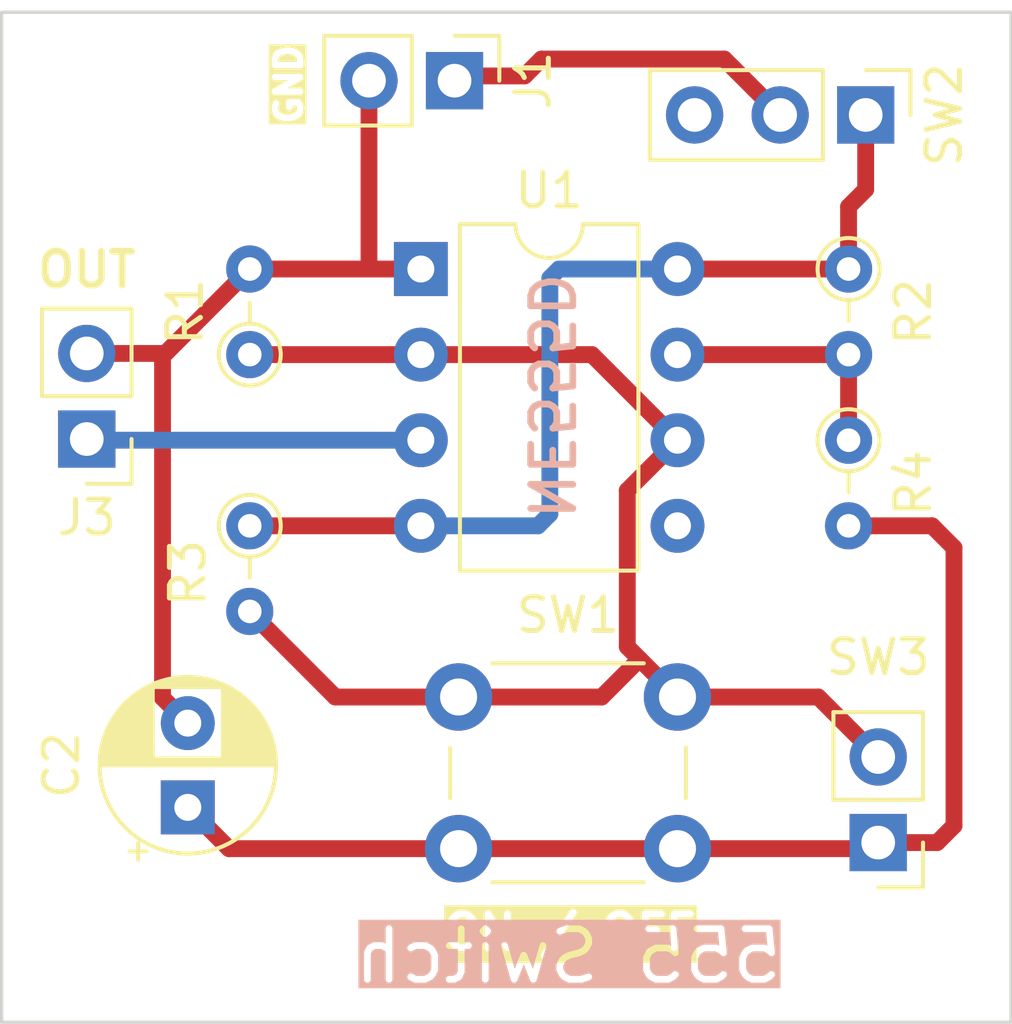
<source format=kicad_pcb>
(kicad_pcb (version 20221018) (generator pcbnew)
  (layers (0 "F.Cu" signal) (31 "B.Cu" signal) (34 "B.Paste" user) (35 "F.Paste" user) (36 "B.SilkS" user "B.Silkscreen") (37 "F.SilkS" user "F.Silkscreen") (38 "B.Mask" user) (39 "F.Mask" user) (44 "Edge.Cuts" user))
  (net 0 "")
  (net 1 "Net-(C2-Pad1)")
  (net 2 "GND")
  (net 3 "Net-(U1-THR)")
  (net 4 "+3V3")
  (net 5 "Net-(U1-DIS)")
  (net 7 "Net-(J1-Pin_1)")
  (net 9 "Net-(J3-Pin_1)")
  (footprint "Capacitor_THT:CP_Radial_D5.0mm_P2.50mm" (layer "F.Cu") (at 115 109.955113 90)
    (fp_text reference "C2" (at 1.25 -3.75 90) (layer "F.SilkS"))
    (fp_text value "10uF")
    (fp_line (start -1.554775 -1.475) (end -1.054775 -1.475) (stroke (width 0.12)) (layer "F.SilkS"))
    (fp_line (start -1.304775 -1.725) (end -1.304775 -1.225) (stroke (width 0.12)) (layer "F.SilkS"))
    (fp_line (start 1.25 -2.58) (end 1.25 2.58) (stroke (width 0.12)) (layer "F.SilkS"))
    (fp_line (start 1.29 -2.58) (end 1.29 2.58) (stroke (width 0.12)) (layer "F.SilkS"))
    (fp_line (start 1.33 -2.579) (end 1.33 2.579) (stroke (width 0.12)) (layer "F.SilkS"))
    (fp_line (start 1.37 -2.578) (end 1.37 2.578) (stroke (width 0.12)) (layer "F.SilkS"))
    (fp_line (start 1.41 -2.576) (end 1.41 2.576) (stroke (width 0.12)) (layer "F.SilkS"))
    (fp_line (start 1.45 -2.573) (end 1.45 2.573) (stroke (width 0.12)) (layer "F.SilkS"))
    (fp_line (start 1.49 -2.569) (end 1.49 -1.04) (stroke (width 0.12)) (layer "F.SilkS"))
    (fp_line (start 1.49 1.04) (end 1.49 2.569) (stroke (width 0.12)) (layer "F.SilkS"))
    (fp_line (start 1.53 -2.565) (end 1.53 -1.04) (stroke (width 0.12)) (layer "F.SilkS"))
    (fp_line (start 1.53 1.04) (end 1.53 2.565) (stroke (width 0.12)) (layer "F.SilkS"))
    (fp_line (start 1.57 -2.561) (end 1.57 -1.04) (stroke (width 0.12)) (layer "F.SilkS"))
    (fp_line (start 1.57 1.04) (end 1.57 2.561) (stroke (width 0.12)) (layer "F.SilkS"))
    (fp_line (start 1.61 -2.556) (end 1.61 -1.04) (stroke (width 0.12)) (layer "F.SilkS"))
    (fp_line (start 1.61 1.04) (end 1.61 2.556) (stroke (width 0.12)) (layer "F.SilkS"))
    (fp_line (start 1.65 -2.55) (end 1.65 -1.04) (stroke (width 0.12)) (layer "F.SilkS"))
    (fp_line (start 1.65 1.04) (end 1.65 2.55) (stroke (width 0.12)) (layer "F.SilkS"))
    (fp_line (start 1.69 -2.543) (end 1.69 -1.04) (stroke (width 0.12)) (layer "F.SilkS"))
    (fp_line (start 1.69 1.04) (end 1.69 2.543) (stroke (width 0.12)) (layer "F.SilkS"))
    (fp_line (start 1.73 -2.536) (end 1.73 -1.04) (stroke (width 0.12)) (layer "F.SilkS"))
    (fp_line (start 1.73 1.04) (end 1.73 2.536) (stroke (width 0.12)) (layer "F.SilkS"))
    (fp_line (start 1.77 -2.528) (end 1.77 -1.04) (stroke (width 0.12)) (layer "F.SilkS"))
    (fp_line (start 1.77 1.04) (end 1.77 2.528) (stroke (width 0.12)) (layer "F.SilkS"))
    (fp_line (start 1.81 -2.52) (end 1.81 -1.04) (stroke (width 0.12)) (layer "F.SilkS"))
    (fp_line (start 1.81 1.04) (end 1.81 2.52) (stroke (width 0.12)) (layer "F.SilkS"))
    (fp_line (start 1.85 -2.511) (end 1.85 -1.04) (stroke (width 0.12)) (layer "F.SilkS"))
    (fp_line (start 1.85 1.04) (end 1.85 2.511) (stroke (width 0.12)) (layer "F.SilkS"))
    (fp_line (start 1.89 -2.501) (end 1.89 -1.04) (stroke (width 0.12)) (layer "F.SilkS"))
    (fp_line (start 1.89 1.04) (end 1.89 2.501) (stroke (width 0.12)) (layer "F.SilkS"))
    (fp_line (start 1.93 -2.491) (end 1.93 -1.04) (stroke (width 0.12)) (layer "F.SilkS"))
    (fp_line (start 1.93 1.04) (end 1.93 2.491) (stroke (width 0.12)) (layer "F.SilkS"))
    (fp_line (start 1.971 -2.48) (end 1.971 -1.04) (stroke (width 0.12)) (layer "F.SilkS"))
    (fp_line (start 1.971 1.04) (end 1.971 2.48) (stroke (width 0.12)) (layer "F.SilkS"))
    (fp_line (start 2.011 -2.468) (end 2.011 -1.04) (stroke (width 0.12)) (layer "F.SilkS"))
    (fp_line (start 2.011 1.04) (end 2.011 2.468) (stroke (width 0.12)) (layer "F.SilkS"))
    (fp_line (start 2.051 -2.455) (end 2.051 -1.04) (stroke (width 0.12)) (layer "F.SilkS"))
    (fp_line (start 2.051 1.04) (end 2.051 2.455) (stroke (width 0.12)) (layer "F.SilkS"))
    (fp_line (start 2.091 -2.442) (end 2.091 -1.04) (stroke (width 0.12)) (layer "F.SilkS"))
    (fp_line (start 2.091 1.04) (end 2.091 2.442) (stroke (width 0.12)) (layer "F.SilkS"))
    (fp_line (start 2.131 -2.428) (end 2.131 -1.04) (stroke (width 0.12)) (layer "F.SilkS"))
    (fp_line (start 2.131 1.04) (end 2.131 2.428) (stroke (width 0.12)) (layer "F.SilkS"))
    (fp_line (start 2.171 -2.414) (end 2.171 -1.04) (stroke (width 0.12)) (layer "F.SilkS"))
    (fp_line (start 2.171 1.04) (end 2.171 2.414) (stroke (width 0.12)) (layer "F.SilkS"))
    (fp_line (start 2.211 -2.398) (end 2.211 -1.04) (stroke (width 0.12)) (layer "F.SilkS"))
    (fp_line (start 2.211 1.04) (end 2.211 2.398) (stroke (width 0.12)) (layer "F.SilkS"))
    (fp_line (start 2.251 -2.382) (end 2.251 -1.04) (stroke (width 0.12)) (layer "F.SilkS"))
    (fp_line (start 2.251 1.04) (end 2.251 2.382) (stroke (width 0.12)) (layer "F.SilkS"))
    (fp_line (start 2.291 -2.365) (end 2.291 -1.04) (stroke (width 0.12)) (layer "F.SilkS"))
    (fp_line (start 2.291 1.04) (end 2.291 2.365) (stroke (width 0.12)) (layer "F.SilkS"))
    (fp_line (start 2.331 -2.348) (end 2.331 -1.04) (stroke (width 0.12)) (layer "F.SilkS"))
    (fp_line (start 2.331 1.04) (end 2.331 2.348) (stroke (width 0.12)) (layer "F.SilkS"))
    (fp_line (start 2.371 -2.329) (end 2.371 -1.04) (stroke (width 0.12)) (layer "F.SilkS"))
    (fp_line (start 2.371 1.04) (end 2.371 2.329) (stroke (width 0.12)) (layer "F.SilkS"))
    (fp_line (start 2.411 -2.31) (end 2.411 -1.04) (stroke (width 0.12)) (layer "F.SilkS"))
    (fp_line (start 2.411 1.04) (end 2.411 2.31) (stroke (width 0.12)) (layer "F.SilkS"))
    (fp_line (start 2.451 -2.29) (end 2.451 -1.04) (stroke (width 0.12)) (layer "F.SilkS"))
    (fp_line (start 2.451 1.04) (end 2.451 2.29) (stroke (width 0.12)) (layer "F.SilkS"))
    (fp_line (start 2.491 -2.268) (end 2.491 -1.04) (stroke (width 0.12)) (layer "F.SilkS"))
    (fp_line (start 2.491 1.04) (end 2.491 2.268) (stroke (width 0.12)) (layer "F.SilkS"))
    (fp_line (start 2.531 -2.247) (end 2.531 -1.04) (stroke (width 0.12)) (layer "F.SilkS"))
    (fp_line (start 2.531 1.04) (end 2.531 2.247) (stroke (width 0.12)) (layer "F.SilkS"))
    (fp_line (start 2.571 -2.224) (end 2.571 -1.04) (stroke (width 0.12)) (layer "F.SilkS"))
    (fp_line (start 2.571 1.04) (end 2.571 2.224) (stroke (width 0.12)) (layer "F.SilkS"))
    (fp_line (start 2.611 -2.2) (end 2.611 -1.04) (stroke (width 0.12)) (layer "F.SilkS"))
    (fp_line (start 2.611 1.04) (end 2.611 2.2) (stroke (width 0.12)) (layer "F.SilkS"))
    (fp_line (start 2.651 -2.175) (end 2.651 -1.04) (stroke (width 0.12)) (layer "F.SilkS"))
    (fp_line (start 2.651 1.04) (end 2.651 2.175) (stroke (width 0.12)) (layer "F.SilkS"))
    (fp_line (start 2.691 -2.149) (end 2.691 -1.04) (stroke (width 0.12)) (layer "F.SilkS"))
    (fp_line (start 2.691 1.04) (end 2.691 2.149) (stroke (width 0.12)) (layer "F.SilkS"))
    (fp_line (start 2.731 -2.122) (end 2.731 -1.04) (stroke (width 0.12)) (layer "F.SilkS"))
    (fp_line (start 2.731 1.04) (end 2.731 2.122) (stroke (width 0.12)) (layer "F.SilkS"))
    (fp_line (start 2.771 -2.095) (end 2.771 -1.04) (stroke (width 0.12)) (layer "F.SilkS"))
    (fp_line (start 2.771 1.04) (end 2.771 2.095) (stroke (width 0.12)) (layer "F.SilkS"))
    (fp_line (start 2.811 -2.065) (end 2.811 -1.04) (stroke (width 0.12)) (layer "F.SilkS"))
    (fp_line (start 2.811 1.04) (end 2.811 2.065) (stroke (width 0.12)) (layer "F.SilkS"))
    (fp_line (start 2.851 -2.035) (end 2.851 -1.04) (stroke (width 0.12)) (layer "F.SilkS"))
    (fp_line (start 2.851 1.04) (end 2.851 2.035) (stroke (width 0.12)) (layer "F.SilkS"))
    (fp_line (start 2.891 -2.004) (end 2.891 -1.04) (stroke (width 0.12)) (layer "F.SilkS"))
    (fp_line (start 2.891 1.04) (end 2.891 2.004) (stroke (width 0.12)) (layer "F.SilkS"))
    (fp_line (start 2.931 -1.971) (end 2.931 -1.04) (stroke (width 0.12)) (layer "F.SilkS"))
    (fp_line (start 2.931 1.04) (end 2.931 1.971) (stroke (width 0.12)) (layer "F.SilkS"))
    (fp_line (start 2.971 -1.937) (end 2.971 -1.04) (stroke (width 0.12)) (layer "F.SilkS"))
    (fp_line (start 2.971 1.04) (end 2.971 1.937) (stroke (width 0.12)) (layer "F.SilkS"))
    (fp_line (start 3.011 -1.901) (end 3.011 -1.04) (stroke (width 0.12)) (layer "F.SilkS"))
    (fp_line (start 3.011 1.04) (end 3.011 1.901) (stroke (width 0.12)) (layer "F.SilkS"))
    (fp_line (start 3.051 -1.864) (end 3.051 -1.04) (stroke (width 0.12)) (layer "F.SilkS"))
    (fp_line (start 3.051 1.04) (end 3.051 1.864) (stroke (width 0.12)) (layer "F.SilkS"))
    (fp_line (start 3.091 -1.826) (end 3.091 -1.04) (stroke (width 0.12)) (layer "F.SilkS"))
    (fp_line (start 3.091 1.04) (end 3.091 1.826) (stroke (width 0.12)) (layer "F.SilkS"))
    (fp_line (start 3.131 -1.785) (end 3.131 -1.04) (stroke (width 0.12)) (layer "F.SilkS"))
    (fp_line (start 3.131 1.04) (end 3.131 1.785) (stroke (width 0.12)) (layer "F.SilkS"))
    (fp_line (start 3.171 -1.743) (end 3.171 -1.04) (stroke (width 0.12)) (layer "F.SilkS"))
    (fp_line (start 3.171 1.04) (end 3.171 1.743) (stroke (width 0.12)) (layer "F.SilkS"))
    (fp_line (start 3.211 -1.699) (end 3.211 -1.04) (stroke (width 0.12)) (layer "F.SilkS"))
    (fp_line (start 3.211 1.04) (end 3.211 1.699) (stroke (width 0.12)) (layer "F.SilkS"))
    (fp_line (start 3.251 -1.653) (end 3.251 -1.04) (stroke (width 0.12)) (layer "F.SilkS"))
    (fp_line (start 3.251 1.04) (end 3.251 1.653) (stroke (width 0.12)) (layer "F.SilkS"))
    (fp_line (start 3.291 -1.605) (end 3.291 -1.04) (stroke (width 0.12)) (layer "F.SilkS"))
    (fp_line (start 3.291 1.04) (end 3.291 1.605) (stroke (width 0.12)) (layer "F.SilkS"))
    (fp_line (start 3.331 -1.554) (end 3.331 -1.04) (stroke (width 0.12)) (layer "F.SilkS"))
    (fp_line (start 3.331 1.04) (end 3.331 1.554) (stroke (width 0.12)) (layer "F.SilkS"))
    (fp_line (start 3.371 -1.5) (end 3.371 -1.04) (stroke (width 0.12)) (layer "F.SilkS"))
    (fp_line (start 3.371 1.04) (end 3.371 1.5) (stroke (width 0.12)) (layer "F.SilkS"))
    (fp_line (start 3.411 -1.443) (end 3.411 -1.04) (stroke (width 0.12)) (layer "F.SilkS"))
    (fp_line (start 3.411 1.04) (end 3.411 1.443) (stroke (width 0.12)) (layer "F.SilkS"))
    (fp_line (start 3.451 -1.383) (end 3.451 -1.04) (stroke (width 0.12)) (layer "F.SilkS"))
    (fp_line (start 3.451 1.04) (end 3.451 1.383) (stroke (width 0.12)) (layer "F.SilkS"))
    (fp_line (start 3.491 -1.319) (end 3.491 -1.04) (stroke (width 0.12)) (layer "F.SilkS"))
    (fp_line (start 3.491 1.04) (end 3.491 1.319) (stroke (width 0.12)) (layer "F.SilkS"))
    (fp_line (start 3.531 -1.251) (end 3.531 -1.04) (stroke (width 0.12)) (layer "F.SilkS"))
    (fp_line (start 3.531 1.04) (end 3.531 1.251) (stroke (width 0.12)) (layer "F.SilkS"))
    (fp_line (start 3.571 -1.178) (end 3.571 1.178) (stroke (width 0.12)) (layer "F.SilkS"))
    (fp_line (start 3.611 -1.098) (end 3.611 1.098) (stroke (width 0.12)) (layer "F.SilkS"))
    (fp_line (start 3.651 -1.011) (end 3.651 1.011) (stroke (width 0.12)) (layer "F.SilkS"))
    (fp_line (start 3.691 -0.915) (end 3.691 0.915) (stroke (width 0.12)) (layer "F.SilkS"))
    (fp_line (start 3.731 -0.805) (end 3.731 0.805) (stroke (width 0.12)) (layer "F.SilkS"))
    (fp_line (start 3.771 -0.677) (end 3.771 0.677) (stroke (width 0.12)) (layer "F.SilkS"))
    (fp_line (start 3.811 -0.518) (end 3.811 0.518) (stroke (width 0.12)) (layer "F.SilkS"))
    (fp_line (start 3.851 -0.284) (end 3.851 0.284) (stroke (width 0.12)) (layer "F.SilkS"))
    (fp_circle (center 1.25 0) (end 3.87 0) (stroke (width 0.12)) (fill none) (layer "F.SilkS"))
    (pad "1" thru_hole rect (at 0 0 90) (size 1.6 1.6) (drill 0.8) (layers "*.Cu" "*.Mask") (net 1 "Net-(C2-Pad1)"))
    (pad "2" thru_hole circle (at 2.5 0 90) (size 1.6 1.6) (drill 0.8) (layers "*.Cu" "*.Mask") (net 2 "GND"))
  )
  (footprint "Package_DIP:DIP-8_W7.62mm" (layer "F.Cu") (at 121.92 93.98)
    (fp_text reference "U1" (at 3.81 -2.33) (layer "F.SilkS"))
    (fp_text value "NE555D")
    (fp_line (start 1.16 -1.33) (end 1.16 8.95) (stroke (width 0.12)) (layer "F.SilkS"))
    (fp_line (start 1.16 8.95) (end 6.46 8.95) (stroke (width 0.12)) (layer "F.SilkS"))
    (fp_line (start 2.81 -1.33) (end 1.16 -1.33) (stroke (width 0.12)) (layer "F.SilkS"))
    (fp_line (start 6.46 -1.33) (end 4.81 -1.33) (stroke (width 0.12)) (layer "F.SilkS"))
    (fp_line (start 6.46 8.95) (end 6.46 -1.33) (stroke (width 0.12)) (layer "F.SilkS"))
    (fp_arc (start 4.81 -1.33) (mid 3.81 -0.33) (end 2.81 -1.33) (stroke (width 0.12)) (layer "F.SilkS"))
    (pad "1" thru_hole rect (at 0 0) (size 1.6 1.6) (drill 0.8) (layers "*.Cu" "*.Mask") (net 2 "GND"))
    (pad "2" thru_hole oval (at 0 2.54) (size 1.6 1.6) (drill 0.8) (layers "*.Cu" "*.Mask") (net 3 "Net-(U1-THR)"))
    (pad "3" thru_hole oval (at 0 5.08) (size 1.6 1.6) (drill 0.8) (layers "*.Cu" "*.Mask") (net 9 "Net-(J3-Pin_1)"))
    (pad "4" thru_hole oval (at 0 7.62) (size 1.6 1.6) (drill 0.8) (layers "*.Cu" "*.Mask") (net 4 "+3V3"))
    (pad "5" thru_hole oval (at 7.62 7.62) (size 1.6 1.6) (drill 0.8) (layers "*.Cu" "*.Mask"))
    (pad "6" thru_hole oval (at 7.62 5.08) (size 1.6 1.6) (drill 0.8) (layers "*.Cu" "*.Mask") (net 3 "Net-(U1-THR)"))
    (pad "7" thru_hole oval (at 7.62 2.54) (size 1.6 1.6) (drill 0.8) (layers "*.Cu" "*.Mask") (net 5 "Net-(U1-DIS)"))
    (pad "8" thru_hole oval (at 7.62 0) (size 1.6 1.6) (drill 0.8) (layers "*.Cu" "*.Mask") (net 4 "+3V3"))
  )
  (footprint "Resistor_THT:R_Axial_DIN0204_L3.6mm_D1.6mm_P2.54mm_Vertical" (layer "F.Cu") (at 134.62 99.06 -90)
    (fp_text reference "R4" (at 1.27 -1.92 90) (layer "F.SilkS"))
    (fp_text value "10k")
    (fp_line (start 0.92 0) (end 1.54 0) (stroke (width 0.12)) (layer "F.SilkS"))
    (fp_circle (center 0 0) (end 0.92 0) (stroke (width 0.12)) (fill none) (layer "F.SilkS"))
    (pad "1" thru_hole circle (at 0 0 270) (size 1.4 1.4) (drill 0.7) (layers "*.Cu" "*.Mask") (net 5 "Net-(U1-DIS)"))
    (pad "2" thru_hole oval (at 2.54 0 270) (size 1.4 1.4) (drill 0.7) (layers "*.Cu" "*.Mask") (net 1 "Net-(C2-Pad1)"))
  )
  (footprint "Connector_PinHeader_2.54mm:PinHeader_1x02_P2.54mm_Vertical" (layer "F.Cu") (at 122.92 88.392 -90)
    (fp_text reference "J1" (at 0 -2.33 -90) (layer "F.SilkS"))
    (fp_text value "3V3")
    (fp_line (start -1.33 -1.33) (end 0 -1.33) (stroke (width 0.12)) (layer "F.SilkS"))
    (fp_line (start -1.33 0) (end -1.33 -1.33) (stroke (width 0.12)) (layer "F.SilkS"))
    (fp_line (start -1.33 1.27) (end -1.33 3.87) (stroke (width 0.12)) (layer "F.SilkS"))
    (fp_line (start -1.33 1.27) (end 1.33 1.27) (stroke (width 0.12)) (layer "F.SilkS"))
    (fp_line (start -1.33 3.87) (end 1.33 3.87) (stroke (width 0.12)) (layer "F.SilkS"))
    (fp_line (start 1.33 1.27) (end 1.33 3.87) (stroke (width 0.12)) (layer "F.SilkS"))
    (pad "1" thru_hole rect (at 0 0 270) (size 1.7 1.7) (drill 1) (layers "*.Cu" "*.Mask") (net 7 "Net-(J1-Pin_1)"))
    (pad "2" thru_hole oval (at 0 2.54 270) (size 1.7 1.7) (drill 1) (layers "*.Cu" "*.Mask") (net 2 "GND"))
  )
  (footprint "Connector_PinHeader_2.54mm:PinHeader_1x03_P2.54mm_Vertical" (layer "F.Cu") (at 135.128 89.408 -90)
    (fp_text reference "SW2" (at 0 -2.33 90) (layer "F.SilkS"))
    (fp_text value "SW_SPDT")
    (fp_line (start -1.33 -1.33) (end 0 -1.33) (stroke (width 0.12)) (layer "F.SilkS"))
    (fp_line (start -1.33 0) (end -1.33 -1.33) (stroke (width 0.12)) (layer "F.SilkS"))
    (fp_line (start -1.33 1.27) (end -1.33 6.41) (stroke (width 0.12)) (layer "F.SilkS"))
    (fp_line (start -1.33 1.27) (end 1.33 1.27) (stroke (width 0.12)) (layer "F.SilkS"))
    (fp_line (start -1.33 6.41) (end 1.33 6.41) (stroke (width 0.12)) (layer "F.SilkS"))
    (fp_line (start 1.33 1.27) (end 1.33 6.41) (stroke (width 0.12)) (layer "F.SilkS"))
    (pad "1" thru_hole rect (at 0 0 270) (size 1.7 1.7) (drill 1) (layers "*.Cu" "*.Mask") (net 4 "+3V3"))
    (pad "2" thru_hole oval (at 0 2.54 270) (size 1.7 1.7) (drill 1) (layers "*.Cu" "*.Mask") (net 7 "Net-(J1-Pin_1)"))
    (pad "3" thru_hole oval (at 0 5.08 270) (size 1.7 1.7) (drill 1) (layers "*.Cu" "*.Mask"))
  )
  (footprint "Resistor_THT:R_Axial_DIN0204_L3.6mm_D1.6mm_P2.54mm_Vertical" (layer "F.Cu") (at 116.84 96.52 90)
    (fp_text reference "R1" (at 1.27 -1.92 90) (layer "F.SilkS"))
    (fp_text value "10k")
    (fp_line (start 0.92 0) (end 1.54 0) (stroke (width 0.12)) (layer "F.SilkS"))
    (fp_circle (center 0 0) (end 0.92 0) (stroke (width 0.12)) (fill none) (layer "F.SilkS"))
    (pad "1" thru_hole circle (at 0 0 90) (size 1.4 1.4) (drill 0.7) (layers "*.Cu" "*.Mask") (net 3 "Net-(U1-THR)"))
    (pad "2" thru_hole oval (at 2.54 0 90) (size 1.4 1.4) (drill 0.7) (layers "*.Cu" "*.Mask") (net 2 "GND"))
  )
  (footprint "Resistor_THT:R_Axial_DIN0204_L3.6mm_D1.6mm_P2.54mm_Vertical" (layer "F.Cu") (at 134.62 93.98 -90)
    (fp_text reference "R2" (at 1.27 -1.92 90) (layer "F.SilkS"))
    (fp_text value "10k")
    (fp_line (start 0.92 0) (end 1.54 0) (stroke (width 0.12)) (layer "F.SilkS"))
    (fp_circle (center 0 0) (end 0.92 0) (stroke (width 0.12)) (fill none) (layer "F.SilkS"))
    (pad "1" thru_hole circle (at 0 0 270) (size 1.4 1.4) (drill 0.7) (layers "*.Cu" "*.Mask") (net 4 "+3V3"))
    (pad "2" thru_hole oval (at 2.54 0 270) (size 1.4 1.4) (drill 0.7) (layers "*.Cu" "*.Mask") (net 5 "Net-(U1-DIS)"))
  )
  (footprint "Connector_PinHeader_2.54mm:PinHeader_1x02_P2.54mm_Vertical" (layer "F.Cu") (at 112 99.025 180)
    (fp_text reference "J3" (at 0 -2.33) (layer "F.SilkS"))
    (fp_text value "OUT")
    (fp_line (start -1.33 -1.33) (end 0 -1.33) (stroke (width 0.12)) (layer "F.SilkS"))
    (fp_line (start -1.33 0) (end -1.33 -1.33) (stroke (width 0.12)) (layer "F.SilkS"))
    (fp_line (start -1.33 1.27) (end -1.33 3.87) (stroke (width 0.12)) (layer "F.SilkS"))
    (fp_line (start -1.33 1.27) (end 1.33 1.27) (stroke (width 0.12)) (layer "F.SilkS"))
    (fp_line (start -1.33 3.87) (end 1.33 3.87) (stroke (width 0.12)) (layer "F.SilkS"))
    (fp_line (start 1.33 1.27) (end 1.33 3.87) (stroke (width 0.12)) (layer "F.SilkS"))
    (pad "1" thru_hole rect (at 0 0 180) (size 1.7 1.7) (drill 1) (layers "*.Cu" "*.Mask") (net 9 "Net-(J3-Pin_1)"))
    (pad "2" thru_hole oval (at 0 2.54 180) (size 1.7 1.7) (drill 1) (layers "*.Cu" "*.Mask") (net 2 "GND"))
  )
  (footprint "Connector_PinHeader_2.54mm:PinHeader_1x02_P2.54mm_Vertical" (layer "F.Cu") (at 135.5 111 180)
    (fp_text reference "SW3" (at 0 5.5) (layer "F.SilkS"))
    (fp_text value "SW_Reed")
    (fp_line (start -1.33 -1.33) (end 0 -1.33) (stroke (width 0.12)) (layer "F.SilkS"))
    (fp_line (start -1.33 0) (end -1.33 -1.33) (stroke (width 0.12)) (layer "F.SilkS"))
    (fp_line (start -1.33 1.27) (end -1.33 3.87) (stroke (width 0.12)) (layer "F.SilkS"))
    (fp_line (start -1.33 1.27) (end 1.33 1.27) (stroke (width 0.12)) (layer "F.SilkS"))
    (fp_line (start -1.33 3.87) (end 1.33 3.87) (stroke (width 0.12)) (layer "F.SilkS"))
    (fp_line (start 1.33 1.27) (end 1.33 3.87) (stroke (width 0.12)) (layer "F.SilkS"))
    (pad "1" thru_hole rect (at 0 0 180) (size 1.7 1.7) (drill 1) (layers "*.Cu" "*.Mask") (net 1 "Net-(C2-Pad1)"))
    (pad "2" thru_hole oval (at 0 2.54 180) (size 1.7 1.7) (drill 1) (layers "*.Cu" "*.Mask") (net 3 "Net-(U1-THR)"))
  )
  (footprint "Resistor_THT:R_Axial_DIN0204_L3.6mm_D1.6mm_P2.54mm_Vertical" (layer "F.Cu") (at 116.84 101.6 -90)
    (fp_text reference "R3" (at 1.4 1.84 90) (layer "F.SilkS"))
    (fp_text value "10k")
    (fp_line (start 0.92 0) (end 1.54 0) (stroke (width 0.12)) (layer "F.SilkS"))
    (fp_circle (center 0 0) (end 0.92 0) (stroke (width 0.12)) (fill none) (layer "F.SilkS"))
    (pad "1" thru_hole circle (at 0 0 270) (size 1.4 1.4) (drill 0.7) (layers "*.Cu" "*.Mask") (net 4 "+3V3"))
    (pad "2" thru_hole oval (at 2.54 0 270) (size 1.4 1.4) (drill 0.7) (layers "*.Cu" "*.Mask") (net 3 "Net-(U1-THR)"))
  )
  (footprint "Button_Switch_THT:SW_PUSH_6mm" (layer "F.Cu") (at 123.04 106.68)
    (fp_text reference "SW1" (at 3.25 -2.43) (layer "F.SilkS"))
    (fp_text value "SW_Push")
    (fp_line (start -0.25 1.5) (end -0.25 3) (stroke (width 0.12)) (layer "F.SilkS"))
    (fp_line (start 1 5.5) (end 5.5 5.5) (stroke (width 0.12)) (layer "F.SilkS"))
    (fp_line (start 5.5 -1) (end 1 -1) (stroke (width 0.12)) (layer "F.SilkS"))
    (fp_line (start 6.75 3) (end 6.75 1.5) (stroke (width 0.12)) (layer "F.SilkS"))
    (pad "1" thru_hole circle (at 0 0 90) (size 2 2) (drill 1.1) (layers "*.Cu" "*.Mask") (net 3 "Net-(U1-THR)"))
    (pad "1" thru_hole circle (at 6.5 0 90) (size 2 2) (drill 1.1) (layers "*.Cu" "*.Mask") (net 3 "Net-(U1-THR)"))
    (pad "2" thru_hole circle (at 0 4.5 90) (size 2 2) (drill 1.1) (layers "*.Cu" "*.Mask") (net 1 "Net-(C2-Pad1)"))
    (pad "2" thru_hole circle (at 6.5 4.5 90) (size 2 2) (drill 1.1) (layers "*.Cu" "*.Mask") (net 1 "Net-(C2-Pad1)"))
  )
  (gr_rect (start 109.474 86.36) (end 139.446 116.332) (stroke (width 0.1)) (fill none) (layer "Edge.Cuts"))
  (gr_text "NE555D" (at 125.75 97.75 270) (layer "B.SilkS") (effects (font (size 1.25 1.25) (thickness 0.2) bold) (justify mirror)))
  (gr_text "555 Switch" (at 132.75 115.25) (layer "B.SilkS" knockout) (effects (font (size 1.5 1.5) (thickness 0.2) bold) (justify left bottom mirror)))
  (gr_text "GND" (at 118 88.5 90) (layer "F.SilkS" knockout) (effects (font (size 0.75 0.75) (thickness 0.1875) bold)))
  (gr_text "ON / OFF" (at 122.5 114.25) (layer "F.SilkS" knockout) (effects (font (size 1 1) (thickness 0.2) bold) (justify left bottom)))
  (gr_text "OUT" (at 112 94) (layer "F.SilkS") (effects (font (size 1 1) (thickness 0.2) bold)))
  (segment (start 123.04 111.18) (end 116.224887 111.18) (width 0.5) (layer "F.Cu") (net 1))
  (segment (start 129.54 111.18) (end 135.32 111.18) (width 0.5) (layer "F.Cu") (net 1))
  (segment (start 137.75 102.25) (end 137.75 110.5) (width 0.5) (layer "F.Cu") (net 1))
  (segment (start 137.25 111) (end 135.5 111) (width 0.5) (layer "F.Cu") (net 1))
  (segment (start 135.32 111.18) (end 135.5 111) (width 0.25) (layer "F.Cu") (net 1))
  (segment (start 134.62 101.6) (end 137.1 101.6) (width 0.5) (layer "F.Cu") (net 1))
  (segment (start 137.75 110.5) (end 137.25 111) (width 0.5) (layer "F.Cu") (net 1))
  (segment (start 116.224887 111.18) (end 115 109.955113) (width 0.5) (layer "F.Cu") (net 1))
  (segment (start 123.04 111.18) (end 129.54 111.18) (width 0.5) (layer "F.Cu") (net 1))
  (segment (start 137.1 101.6) (end 137.75 102.25) (width 0.5) (layer "F.Cu") (net 1))
  (segment (start 116.84 93.98) (end 115 95.82) (width 0.5) (layer "F.Cu") (net 2))
  (segment (start 120.38 93.964) (end 120.396 93.98) (width 0.25) (layer "F.Cu") (net 2))
  (segment (start 114.335 96.485) (end 112 96.485) (width 0.5) (layer "F.Cu") (net 2))
  (segment (start 120.38 88.392) (end 120.38 93.964) (width 0.5) (layer "F.Cu") (net 2))
  (segment (start 114.25 106.705113) (end 115 107.455113) (width 0.5) (layer "F.Cu") (net 2))
  (segment (start 114.25 96.57) (end 114.25 106.705113) (width 0.5) (layer "F.Cu") (net 2))
  (segment (start 115 95.82) (end 114.25 96.57) (width 0.5) (layer "F.Cu") (net 2))
  (segment (start 120.396 93.98) (end 121.92 93.98) (width 0.5) (layer "F.Cu") (net 2))
  (segment (start 115 95.82) (end 114.335 96.485) (width 0.5) (layer "F.Cu") (net 2))
  (segment (start 116.84 93.98) (end 120.396 93.98) (width 0.5) (layer "F.Cu") (net 2))
  (segment (start 128.415 105.555) (end 128.05 105.19) (width 0.5) (layer "F.Cu") (net 3))
  (segment (start 128.05 100.55) (end 129.54 99.06) (width 0.5) (layer "F.Cu") (net 3))
  (segment (start 129.54 106.68) (end 128.415 105.555) (width 0.5) (layer "F.Cu") (net 3))
  (segment (start 123.04 106.68) (end 119.38 106.68) (width 0.5) (layer "F.Cu") (net 3))
  (segment (start 127.29 106.68) (end 128.415 105.555) (width 0.5) (layer "F.Cu") (net 3))
  (segment (start 127 96.52) (end 129.54 99.06) (width 0.5) (layer "F.Cu") (net 3))
  (segment (start 123.04 106.68) (end 127.29 106.68) (width 0.5) (layer "F.Cu") (net 3))
  (segment (start 133.72 106.68) (end 135.5 108.46) (width 0.5) (layer "F.Cu") (net 3))
  (segment (start 119.38 106.68) (end 116.84 104.14) (width 0.5) (layer "F.Cu") (net 3))
  (segment (start 129.54 106.68) (end 133.72 106.68) (width 0.5) (layer "F.Cu") (net 3))
  (segment (start 121.92 96.52) (end 127 96.52) (width 0.5) (layer "F.Cu") (net 3))
  (segment (start 128.05 105.19) (end 128.05 100.55) (width 0.5) (layer "F.Cu") (net 3))
  (segment (start 116.84 96.52) (end 121.92 96.52) (width 0.5) (layer "F.Cu") (net 3))
  (segment (start 129.54 93.98) (end 134.62 93.98) (width 0.5) (layer "F.Cu") (net 4))
  (segment (start 134.62 92.13) (end 135.128 91.622) (width 0.5) (layer "F.Cu") (net 4))
  (segment (start 121.92 101.6) (end 116.84 101.6) (width 0.5) (layer "F.Cu") (net 4))
  (segment (start 134.62 93.98) (end 134.62 92.13) (width 0.5) (layer "F.Cu") (net 4))
  (segment (start 135.128 91.622) (end 135.128 89.408) (width 0.5) (layer "F.Cu") (net 4))
  (segment (start 125.75 94.25) (end 126.02 93.98) (width 0.5) (layer "B.Cu") (net 4))
  (segment (start 125.4 101.6) (end 125.75 101.25) (width 0.5) (layer "B.Cu") (net 4))
  (segment (start 125.75 101.25) (end 125.75 94.25) (width 0.5) (layer "B.Cu") (net 4))
  (segment (start 121.92 101.6) (end 125.4 101.6) (width 0.5) (layer "B.Cu") (net 4))
  (segment (start 126.02 93.98) (end 129.54 93.98) (width 0.5) (layer "B.Cu") (net 4))
  (segment (start 129.54 96.52) (end 134.62 96.52) (width 0.5) (layer "F.Cu") (net 5))
  (segment (start 134.62 99.06) (end 134.62 96.52) (width 0.5) (layer "F.Cu") (net 5))
  (segment (start 123.096 88.25) (end 125 88.25) (width 0.5) (layer "F.Cu") (net 7))
  (segment (start 125 88.25) (end 125.5 87.75) (width 0.5) (layer "F.Cu") (net 7))
  (segment (start 123.079 88.233) (end 123.096 88.25) (width 0.5) (layer "F.Cu") (net 7))
  (segment (start 130.93 87.75) (end 132.588 89.408) (width 0.5) (layer "F.Cu") (net 7))
  (segment (start 125.5 87.75) (end 130.93 87.75) (width 0.5) (layer "F.Cu") (net 7))
  (segment (start 112.035 99.06) (end 112 99.025) (width 0.25) (layer "B.Cu") (net 9))
  (segment (start 121.92 99.06) (end 112.035 99.06) (width 0.5) (layer "B.Cu") (net 9))
)
</source>
